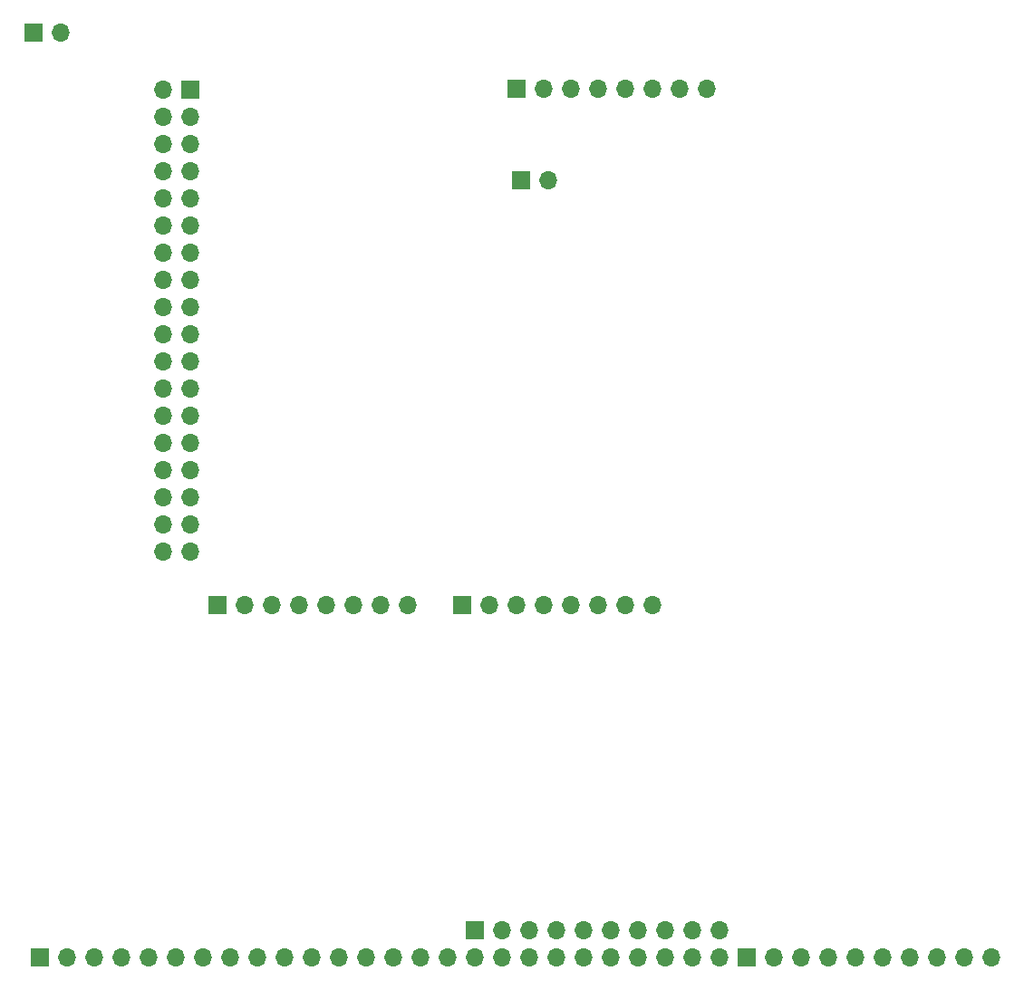
<source format=gbr>
%TF.GenerationSoftware,KiCad,Pcbnew,6.0.11+dfsg-1*%
%TF.CreationDate,2025-10-30T18:12:22+01:00*%
%TF.ProjectId,arduino,61726475-696e-46f2-9e6b-696361645f70,rev?*%
%TF.SameCoordinates,Original*%
%TF.FileFunction,Soldermask,Bot*%
%TF.FilePolarity,Negative*%
%FSLAX46Y46*%
G04 Gerber Fmt 4.6, Leading zero omitted, Abs format (unit mm)*
G04 Created by KiCad (PCBNEW 6.0.11+dfsg-1) date 2025-10-30 18:12:22*
%MOMM*%
%LPD*%
G01*
G04 APERTURE LIST*
%ADD10R,1.700000X1.700000*%
%ADD11O,1.700000X1.700000*%
G04 APERTURE END LIST*
D10*
%TO.C,REF\u002A\u002A*%
X106822000Y-97892000D03*
D11*
X109362000Y-97892000D03*
X111902000Y-97892000D03*
X114442000Y-97892000D03*
X116982000Y-97892000D03*
X119522000Y-97892000D03*
X122062000Y-97892000D03*
X124602000Y-97892000D03*
%TD*%
D10*
%TO.C,5V*%
X89611200Y-44348400D03*
D11*
X92151200Y-44348400D03*
%TD*%
D10*
%TO.C,REF\u002A\u002A*%
X104287000Y-49672000D03*
D11*
X101747000Y-49672000D03*
X104287000Y-52212000D03*
X101747000Y-52212000D03*
X104287000Y-54752000D03*
X101747000Y-54752000D03*
X104287000Y-57292000D03*
X101747000Y-57292000D03*
X104287000Y-59832000D03*
X101747000Y-59832000D03*
X104287000Y-62372000D03*
X101747000Y-62372000D03*
X104287000Y-64912000D03*
X101747000Y-64912000D03*
X104287000Y-67452000D03*
X101747000Y-67452000D03*
X104287000Y-69992000D03*
X101747000Y-69992000D03*
X104287000Y-72532000D03*
X101747000Y-72532000D03*
X104287000Y-75072000D03*
X101747000Y-75072000D03*
X104287000Y-77612000D03*
X101747000Y-77612000D03*
X104287000Y-80152000D03*
X101747000Y-80152000D03*
X104287000Y-82692000D03*
X101747000Y-82692000D03*
X104287000Y-85232000D03*
X101747000Y-85232000D03*
X104287000Y-87772000D03*
X101747000Y-87772000D03*
X104287000Y-90312000D03*
X101747000Y-90312000D03*
X104287000Y-92852000D03*
X101747000Y-92852000D03*
%TD*%
D10*
%TO.C,REF\u002A\u002A*%
X135128000Y-58166000D03*
D11*
X137668000Y-58166000D03*
%TD*%
D10*
%TO.C,REF\u002A\u002A*%
X129682000Y-97892000D03*
D11*
X132222000Y-97892000D03*
X134762000Y-97892000D03*
X137302000Y-97892000D03*
X139842000Y-97892000D03*
X142382000Y-97892000D03*
X144922000Y-97892000D03*
X147462000Y-97892000D03*
%TD*%
D10*
%TO.C,REF\u002A\u002A*%
X130810000Y-128270000D03*
D11*
X130810000Y-130810000D03*
X133350000Y-128270000D03*
X133350000Y-130810000D03*
X135890000Y-128270000D03*
X135890000Y-130810000D03*
X138430000Y-128270000D03*
X138430000Y-130810000D03*
X140970000Y-128270000D03*
X140970000Y-130810000D03*
X143510000Y-128270000D03*
X143510000Y-130810000D03*
X146050000Y-128270000D03*
X146050000Y-130810000D03*
X148590000Y-128270000D03*
X148590000Y-130810000D03*
X151130000Y-128270000D03*
X151130000Y-130810000D03*
X153670000Y-128270000D03*
X153670000Y-130810000D03*
%TD*%
D10*
%TO.C,REF\u002A\u002A*%
X134762000Y-49632000D03*
D11*
X137302000Y-49632000D03*
X139842000Y-49632000D03*
X142382000Y-49632000D03*
X144922000Y-49632000D03*
X147462000Y-49632000D03*
X150002000Y-49632000D03*
X152542000Y-49632000D03*
%TD*%
D10*
%TO.C,REF\u002A\u002A*%
X90170000Y-130810000D03*
D11*
X92710000Y-130810000D03*
X95250000Y-130810000D03*
X97790000Y-130810000D03*
X100330000Y-130810000D03*
X102870000Y-130810000D03*
X105410000Y-130810000D03*
X107950000Y-130810000D03*
X110490000Y-130810000D03*
X113030000Y-130810000D03*
X115570000Y-130810000D03*
X118110000Y-130810000D03*
X120650000Y-130810000D03*
X123190000Y-130810000D03*
X125730000Y-130810000D03*
X128270000Y-130810000D03*
%TD*%
D10*
%TO.C,REF\u002A\u002A*%
X156210000Y-130810000D03*
D11*
X158750000Y-130810000D03*
X161290000Y-130810000D03*
X163830000Y-130810000D03*
X166370000Y-130810000D03*
X168910000Y-130810000D03*
X171450000Y-130810000D03*
X173990000Y-130810000D03*
X176530000Y-130810000D03*
X179070000Y-130810000D03*
%TD*%
M02*

</source>
